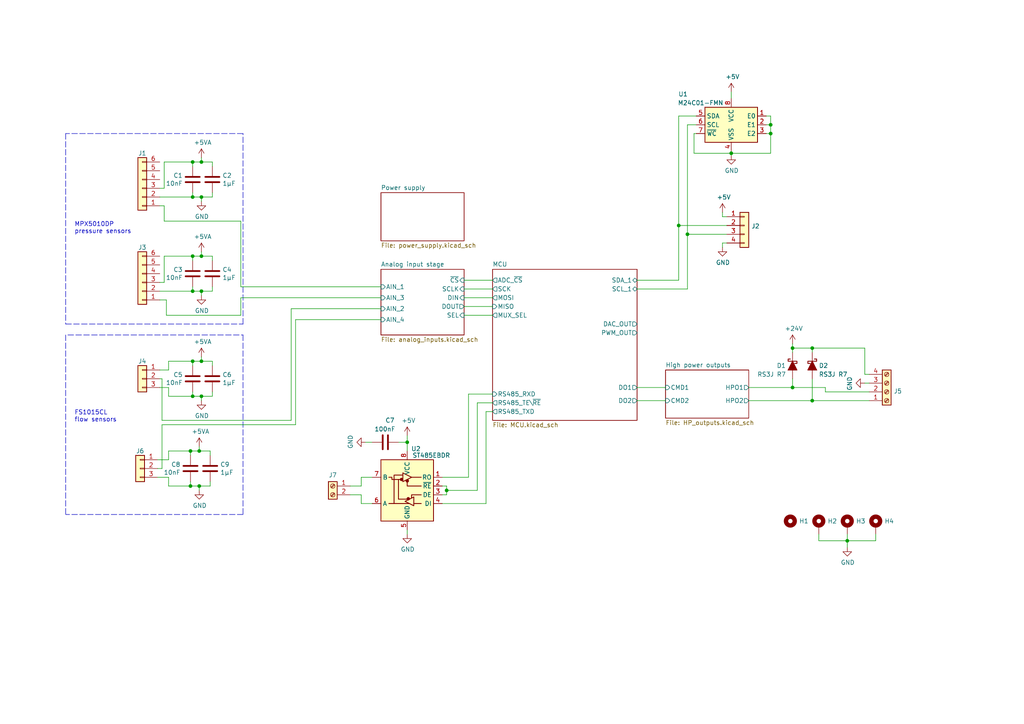
<source format=kicad_sch>
(kicad_sch (version 20231120) (generator "eeschema") (generator_version "8.0")
  (paper "A4")
  (title_block (title "MEV board") (date "2021-05-25") (rev "1.1") (comment 2 "Released under CC BY-NC-SA license"))
  (lib_symbols
    (symbol "Connector:Screw_Terminal_01x02" (pin_names (offset 1.016) hide)
      (property "Reference" "J" (at 0 2.54 0))
      (property "Value" "Screw_Terminal_01x02" (at 0 -5.08 0))
      (symbol "Screw_Terminal_01x02_1_1"
        (rectangle (start -1.27 1.27) (end 1.27 -3.81) (stroke (width 0.254)) (fill (type background)))
        (circle (center 0 -2.54) (radius 0.635) (stroke (width 0.1524)))
        (polyline (pts (xy -0.5334 -2.2098) (xy 0.3302 -3.048)) (stroke (width 0.1524)))
        (polyline (pts (xy -0.5334 0.3302) (xy 0.3302 -0.508)) (stroke (width 0.1524)))
        (polyline (pts (xy -0.3556 -2.032) (xy 0.508 -2.8702)) (stroke (width 0.1524)))
        (polyline (pts (xy -0.3556 0.508) (xy 0.508 -0.3302)) (stroke (width 0.1524)))
        (circle (center 0 0) (radius 0.635) (stroke (width 0.1524)))
        (pin passive line (at -5.08 0 0) (length 3.81) (name "Pin_1") (number "1"))
        (pin passive line (at -5.08 -2.54 0) (length 3.81) (name "Pin_2") (number "2"))
      )
    )
    (symbol "Connector:Screw_Terminal_01x04" (pin_names (offset 1.016) hide)
      (property "Reference" "J" (at 0 5.08 0))
      (property "Value" "Screw_Terminal_01x04" (at 0 -7.62 0))
      (symbol "Screw_Terminal_01x04_1_1"
        (rectangle (start -1.27 3.81) (end 1.27 -6.35) (stroke (width 0.254)) (fill (type background)))
        (circle (center 0 -5.08) (radius 0.635) (stroke (width 0.1524)))
        (circle (center 0 -2.54) (radius 0.635) (stroke (width 0.1524)))
        (polyline (pts (xy -0.5334 -4.7498) (xy 0.3302 -5.588)) (stroke (width 0.1524)))
        (polyline (pts (xy -0.5334 -2.2098) (xy 0.3302 -3.048)) (stroke (width 0.1524)))
        (polyline (pts (xy -0.5334 0.3302) (xy 0.3302 -0.508)) (stroke (width 0.1524)))
        (polyline (pts (xy -0.5334 2.8702) (xy 0.3302 2.032)) (stroke (width 0.1524)))
        (polyline (pts (xy -0.3556 -4.572) (xy 0.508 -5.4102)) (stroke (width 0.1524)))
        (polyline (pts (xy -0.3556 -2.032) (xy 0.508 -2.8702)) (stroke (width 0.1524)))
        (polyline (pts (xy -0.3556 0.508) (xy 0.508 -0.3302)) (stroke (width 0.1524)))
        (polyline (pts (xy -0.3556 3.048) (xy 0.508 2.2098)) (stroke (width 0.1524)))
        (circle (center 0 0) (radius 0.635) (stroke (width 0.1524)))
        (circle (center 0 2.54) (radius 0.635) (stroke (width 0.1524)))
        (pin passive line (at -5.08 2.54 0) (length 3.81) (name "Pin_1") (number "1"))
        (pin passive line (at -5.08 0 0) (length 3.81) (name "Pin_2") (number "2"))
        (pin passive line (at -5.08 -2.54 0) (length 3.81) (name "Pin_3") (number "3"))
        (pin passive line (at -5.08 -5.08 0) (length 3.81) (name "Pin_4") (number "4"))
      )
    )
    (symbol "Connector_Generic:Conn_01x03" (pin_names (offset 1.016) hide)
      (property "Reference" "J" (at 0 5.08 0))
      (property "Value" "Conn_01x03" (at 0 -5.08 0))
      (symbol "Conn_01x03_1_1"
        (rectangle (start -1.27 -2.413) (end 0 -2.667) (stroke (width 0.1524)))
        (rectangle (start -1.27 0.127) (end 0 -0.127) (stroke (width 0.1524)))
        (rectangle (start -1.27 2.667) (end 0 2.413) (stroke (width 0.1524)))
        (rectangle (start -1.27 3.81) (end 1.27 -3.81) (stroke (width 0.254)) (fill (type background)))
        (pin passive line (at -5.08 2.54 0) (length 3.81) (name "Pin_1") (number "1"))
        (pin passive line (at -5.08 0 0) (length 3.81) (name "Pin_2") (number "2"))
        (pin passive line (at -5.08 -2.54 0) (length 3.81) (name "Pin_3") (number "3"))
      )
    )
    (symbol "Connector_Generic:Conn_01x04" (pin_names (offset 1.016) hide)
      (property "Reference" "J" (at 0 5.08 0))
      (property "Value" "Conn_01x04" (at 0 -7.62 0))
      (symbol "Conn_01x04_1_1"
        (rectangle (start -1.27 -4.953) (end 0 -5.207) (stroke (width 0.1524)))
        (rectangle (start -1.27 -2.413) (end 0 -2.667) (stroke (width 0.1524)))
        (rectangle (start -1.27 0.127) (end 0 -0.127) (stroke (width 0.1524)))
        (rectangle (start -1.27 2.667) (end 0 2.413) (stroke (width 0.1524)))
        (rectangle (start -1.27 3.81) (end 1.27 -6.35) (stroke (width 0.254)) (fill (type background)))
        (pin passive line (at -5.08 2.54 0) (length 3.81) (name "Pin_1") (number "1"))
        (pin passive line (at -5.08 0 0) (length 3.81) (name "Pin_2") (number "2"))
        (pin passive line (at -5.08 -2.54 0) (length 3.81) (name "Pin_3") (number "3"))
        (pin passive line (at -5.08 -5.08 0) (length 3.81) (name "Pin_4") (number "4"))
      )
    )
    (symbol "Connector_Generic:Conn_01x06" (pin_names (offset 1.016) hide)
      (property "Reference" "J" (at 0 7.62 0))
      (property "Value" "Conn_01x06" (at 0 -10.16 0))
      (symbol "Conn_01x06_1_1"
        (rectangle (start -1.27 -7.493) (end 0 -7.747) (stroke (width 0.1524)))
        (rectangle (start -1.27 -4.953) (end 0 -5.207) (stroke (width 0.1524)))
        (rectangle (start -1.27 -2.413) (end 0 -2.667) (stroke (width 0.1524)))
        (rectangle (start -1.27 0.127) (end 0 -0.127) (stroke (width 0.1524)))
        (rectangle (start -1.27 2.667) (end 0 2.413) (stroke (width 0.1524)))
        (rectangle (start -1.27 5.207) (end 0 4.953) (stroke (width 0.1524)))
        (rectangle (start -1.27 6.35) (end 1.27 -8.89) (stroke (width 0.254)) (fill (type background)))
        (pin passive line (at -5.08 5.08 0) (length 3.81) (name "Pin_1") (number "1"))
        (pin passive line (at -5.08 2.54 0) (length 3.81) (name "Pin_2") (number "2"))
        (pin passive line (at -5.08 0 0) (length 3.81) (name "Pin_3") (number "3"))
        (pin passive line (at -5.08 -2.54 0) (length 3.81) (name "Pin_4") (number "4"))
        (pin passive line (at -5.08 -5.08 0) (length 3.81) (name "Pin_5") (number "5"))
        (pin passive line (at -5.08 -7.62 0) (length 3.81) (name "Pin_6") (number "6"))
      )
    )
    (symbol "Device:C" (pin_numbers hide) (pin_names (offset 0.254))
      (property "Reference" "C" (at 0.635 2.54 0))
      (property "Value" "C" (at 0.635 -2.54 0))
      (symbol "C_0_1"
        (polyline (pts (xy -2.032 -0.762) (xy 2.032 -0.762)) (stroke (width 0.508)))
        (polyline (pts (xy -2.032 0.762) (xy 2.032 0.762)) (stroke (width 0.508)))
      )
      (symbol "C_1_1"
        (pin passive line (at 0 3.81 270) (length 2.794) (name "~") (number "1"))
        (pin passive line (at 0 -3.81 90) (length 2.794) (name "~") (number "2"))
      )
    )
    (symbol "Device:D_Schottky_Filled" (pin_numbers hide) (pin_names (offset 1.016) hide)
      (property "Reference" "D" (at 0 2.54 0))
      (property "Value" "D_Schottky_Filled" (at 0 -2.54 0))
      (symbol "D_Schottky_Filled_0_1"
        (polyline (pts (xy 1.27 0) (xy -1.27 0)))
        (polyline (pts (xy 1.27 1.27) (xy 1.27 -1.27) (xy -1.27 0) (xy 1.27 1.27)) (stroke (width 0.254)) (fill (type outline)))
        (polyline (pts (xy -1.905 0.635) (xy -1.905 1.27) (xy -1.27 1.27) (xy -1.27 -1.27) (xy -0.635 -1.27) (xy -0.635 -0.635)) (stroke (width 0.254)))
      )
      (symbol "D_Schottky_Filled_1_1"
        (pin passive line (at -3.81 0 0) (length 2.54) (name "K") (number "1"))
        (pin passive line (at 3.81 0 180) (length 2.54) (name "A") (number "2"))
      )
    )
    (symbol "Interface_UART:ST485EBDR"
      (property "Reference" "U" (at -6.35 8.89 0))
      (property "Value" "ST485EBDR" (at 1.27 8.89 0))
      (symbol "ST485EBDR_0_1"
        (rectangle (start -7.62 7.62) (end 7.62 -10.16) (stroke (width 0.254)) (fill (type background)))
        (circle (center -0.3048 -3.683) (radius 0.3556) (stroke (width 0.254)) (fill (type outline)))
        (circle (center -0.0254 1.4986) (radius 0.3556) (stroke (width 0.254)) (fill (type outline)))
        (polyline (pts (xy -4.064 -5.08) (xy -1.905 -5.08)) (stroke (width 0.254)))
        (polyline (pts (xy -4.064 2.54) (xy -1.27 2.54)) (stroke (width 0.254)))
        (polyline (pts (xy -1.27 -3.2004) (xy -1.27 -3.4544)) (stroke (width 0.254)))
        (polyline (pts (xy -0.635 -5.08) (xy 5.334 -5.08)) (stroke (width 0.254)))
        (polyline (pts (xy -4.064 -2.54) (xy -1.27 -2.54) (xy -1.27 -3.175)) (stroke (width 0.254)))
        (polyline (pts (xy 0 1.27) (xy 0 0) (xy -4.064 0)) (stroke (width 0.254)))
        (polyline (pts (xy 1.27 3.175) (xy 3.81 3.175) (xy 3.81 -5.08)) (stroke (width 0.254)))
        (polyline (pts (xy 2.54 1.905) (xy 2.54 -3.81) (xy 0 -3.81)) (stroke (width 0.254)))
        (polyline (pts (xy -1.905 -3.175) (xy -1.905 -5.715) (xy 0.635 -4.445) (xy -1.905 -3.175)) (stroke (width 0.254)))
        (polyline (pts (xy -1.27 2.54) (xy 1.27 3.81) (xy 1.27 1.27) (xy -1.27 2.54)) (stroke (width 0.254)))
        (polyline (pts (xy 1.905 1.905) (xy 4.445 1.905) (xy 4.445 2.54) (xy 5.334 2.54)) (stroke (width 0.254)))
        (rectangle (start 1.27 3.175) (end 1.27 3.175))
        (circle (center 1.651 1.905) (radius 0.3556) (stroke (width 0.254)) (fill (type outline)))
      )
      (symbol "ST485EBDR_1_1"
        (pin output line (at -10.16 2.54 0) (length 2.54) (name "RO") (number "1"))
        (pin input line (at -10.16 0 0) (length 2.54) (name "~{RE}") (number "2"))
        (pin input line (at -10.16 -2.54 0) (length 2.54) (name "DE") (number "3"))
        (pin input line (at -10.16 -5.08 0) (length 2.54) (name "DI") (number "4"))
        (pin power_in line (at 0 -12.7 90) (length 2.54) (name "GND") (number "5"))
        (pin bidirectional line (at 10.16 -5.08 180) (length 2.54) (name "A") (number "6"))
        (pin bidirectional line (at 10.16 2.54 180) (length 2.54) (name "B") (number "7"))
        (pin power_in line (at 0 10.16 270) (length 2.54) (name "VCC") (number "8"))
      )
    )
    (symbol "Mechanical:MountingHole" (pin_names (offset 1.016))
      (property "Reference" "H" (at 0 5.08 0))
      (property "Value" "MountingHole" (at 0 3.175 0))
      (symbol "MountingHole_0_1"
        (circle (center 0 0) (radius 1.27) (stroke (width 1.27)))
      )
    )
    (symbol "Mechanical:MountingHole_Pad" (pin_numbers hide) (pin_names (offset 1.016) hide)
      (property "Reference" "H" (at 0 6.35 0))
      (property "Value" "MountingHole_Pad" (at 0 4.445 0))
      (symbol "MountingHole_Pad_0_1"
        (circle (center 0 1.27) (radius 1.27) (stroke (width 1.27)))
      )
      (symbol "MountingHole_Pad_1_1"
        (pin input line (at 0 -2.54 90) (length 2.54) (name "1") (number "1"))
      )
    )
    (symbol "Memory_EEPROM:M24C01-FMN"
      (property "Reference" "U" (at -6.35 6.35 0))
      (property "Value" "M24C01-FMN" (at 7.62 6.35 0))
      (symbol "M24C01-FMN_0_1"
        (rectangle (start -7.62 5.08) (end 7.62 -5.08) (stroke (width 0.254)) (fill (type background)))
      )
      (symbol "M24C01-FMN_1_1"
        (pin input line (at -10.16 2.54 0) (length 2.54) (name "E0") (number "1"))
        (pin input line (at -10.16 0 0) (length 2.54) (name "E1") (number "2"))
        (pin input line (at -10.16 -2.54 0) (length 2.54) (name "E2") (number "3"))
        (pin power_in line (at 0 -7.62 90) (length 2.54) (name "VSS") (number "4"))
        (pin bidirectional line (at 10.16 2.54 180) (length 2.54) (name "SDA") (number "5"))
        (pin input line (at 10.16 0 180) (length 2.54) (name "SCL") (number "6"))
        (pin input line (at 10.16 -2.54 180) (length 2.54) (name "~{WC}") (number "7"))
        (pin power_in line (at 0 7.62 270) (length 2.54) (name "VCC") (number "8"))
      )
    )
    (symbol "power:+24V" (power) (pin_names (offset 0))
      (property "Value" "+24V" (at 0 3.556 0))
      (symbol "+24V_0_1"
        (polyline (pts (xy -0.762 1.27) (xy 0 2.54)))
        (polyline (pts (xy 0 0) (xy 0 2.54)))
        (polyline (pts (xy 0 2.54) (xy 0.762 1.27)))
      )
      (symbol "+24V_1_1"
        (pin power_in line (at 0 0 90) (length 0) hide (name "+24V") (number "1"))
      )
    )
    (symbol "power:+5V" (power) (pin_names (offset 0))
      (property "Value" "+5V" (at 0 3.556 0))
      (symbol "+5V_0_1"
        (polyline (pts (xy -0.762 1.27) (xy 0 2.54)))
        (polyline (pts (xy 0 0) (xy 0 2.54)))
        (polyline (pts (xy 0 2.54) (xy 0.762 1.27)))
      )
      (symbol "+5V_1_1"
        (pin power_in line (at 0 0 90) (length 0) hide (name "+5V") (number "1"))
      )
    )
    (symbol "power:+5VA" (power) (pin_names (offset 0))
      (property "Value" "+5VA" (at 0 3.556 0))
      (symbol "+5VA_0_1"
        (polyline (pts (xy -0.762 1.27) (xy 0 2.54)))
        (polyline (pts (xy 0 0) (xy 0 2.54)))
        (polyline (pts (xy 0 2.54) (xy 0.762 1.27)))
      )
      (symbol "+5VA_1_1"
        (pin power_in line (at 0 0 90) (length 0) hide (name "+5VA") (number "1"))
      )
    )
    (symbol "power:GND" (power) (pin_names (offset 0))
      (property "Value" "GND" (at 0 -3.81 0))
      (symbol "GND_0_1"
        (polyline (pts (xy 0 0) (xy 0 -1.27) (xy 1.27 -1.27) (xy 0 -2.54) (xy -1.27 -1.27) (xy 0 -1.27)))
      )
      (symbol "GND_1_1"
        (pin power_in line (at 0 0 270) (length 0) hide (name "GND") (number "1"))
      )
    )
  )
  (junction (at 235.585 100.965))
  (junction (at 57.785 140.97))
  (junction (at 55.88 46.99))
  (junction (at 55.88 104.775))
  (junction (at 58.42 74.295))
  (junction (at 55.245 130.81))
  (junction (at 212.09 44.45))
  (junction (at 245.745 156.845))
  (junction (at 196.85 65.405))
  (junction (at 229.87 112.395))
  (junction (at 57.785 130.81))
  (junction (at 58.42 114.935))
  (junction (at 223.52 38.735))
  (junction (at 55.88 74.295))
  (junction (at 58.42 46.99))
  (junction (at 55.245 140.97))
  (junction (at 229.87 100.965))
  (junction (at 58.42 84.455))
  (junction (at 223.52 36.195))
  (junction (at 118.11 128.27))
  (junction (at 55.88 114.935))
  (junction (at 199.39 67.945))
  (junction (at 129.54 142.24))
  (junction (at 235.585 116.205))
  (junction (at 58.42 57.15))
  (junction (at 55.88 84.455))
  (junction (at 58.42 104.775))
  (junction (at 55.88 57.15))
  (wire (pts (xy 118.11 128.27) (xy 118.11 126.365)))
  (wire (pts (xy 55.88 104.775) (xy 58.42 104.775)))
  (wire (pts (xy 55.245 139.7) (xy 55.245 140.97)))
  (wire (pts (xy 101.6 143.51) (xy 104.775 143.51)))
  (wire (pts (xy 196.85 65.405) (xy 210.82 65.405)))
  (wire (pts (xy 48.895 140.97) (xy 55.245 140.97)))
  (wire (pts (xy 69.85 86.36) (xy 69.85 91.44)))
  (wire (pts (xy 229.87 99.695) (xy 229.87 100.965)))
  (wire (pts (xy 69.85 83.185) (xy 110.49 83.185)))
  (wire (pts (xy 138.43 116.84) (xy 142.875 116.84)))
  (wire (pts (xy 48.895 138.43) (xy 48.895 140.97)))
  (wire (pts (xy 134.62 83.82) (xy 142.875 83.82)))
  (wire (pts (xy 46.99 109.855) (xy 46.99 121.92)))
  (wire (pts (xy 217.17 112.395) (xy 229.87 112.395)))
  (wire (pts (xy 57.785 140.97) (xy 60.96 140.97)))
  (wire (pts (xy 61.595 74.295) (xy 61.595 75.565)))
  (wire (pts (xy 106.045 128.27) (xy 107.95 128.27)))
  (wire (pts (xy 45.72 135.89) (xy 46.99 135.89)))
  (wire (pts (xy 48.895 104.775) (xy 55.88 104.775)))
  (wire (pts (xy 129.54 140.97) (xy 129.54 142.24)))
  (wire (pts (xy 58.42 57.15) (xy 61.595 57.15)))
  (wire (pts (xy 239.395 112.395) (xy 239.395 113.665)))
  (wire (pts (xy 85.725 92.71) (xy 110.49 92.71)))
  (wire (pts (xy 142.875 114.3) (xy 135.89 114.3)))
  (wire (pts (xy 223.52 38.735) (xy 223.52 36.195)))
  (polyline (pts (xy 19.05 97.155) (xy 19.05 149.225)) (stroke (width 0) (type dash)))
  (wire (pts (xy 104.775 143.51) (xy 104.775 146.05)))
  (wire (pts (xy 235.585 100.965) (xy 250.825 100.965)))
  (wire (pts (xy 209.55 71.755) (xy 209.55 70.485)))
  (wire (pts (xy 48.895 130.81) (xy 48.895 133.35)))
  (wire (pts (xy 48.26 91.44) (xy 69.85 91.44)))
  (wire (pts (xy 135.89 114.3) (xy 135.89 138.43)))
  (wire (pts (xy 222.25 38.735) (xy 223.52 38.735)))
  (wire (pts (xy 48.895 114.935) (xy 55.88 114.935)))
  (wire (pts (xy 58.42 84.455) (xy 58.42 85.725)))
  (wire (pts (xy 222.25 36.195) (xy 223.52 36.195)))
  (wire (pts (xy 58.42 74.295) (xy 61.595 74.295)))
  (wire (pts (xy 55.88 46.99) (xy 55.88 48.26)))
  (wire (pts (xy 201.93 38.735) (xy 201.295 38.735)))
  (wire (pts (xy 46.99 135.89) (xy 46.99 123.19)))
  (wire (pts (xy 128.27 140.97) (xy 129.54 140.97)))
  (wire (pts (xy 55.88 55.88) (xy 55.88 57.15)))
  (wire (pts (xy 47.625 64.135) (xy 69.85 64.135)))
  (wire (pts (xy 46.99 121.92) (xy 84.455 121.92)))
  (wire (pts (xy 245.745 154.94) (xy 245.745 156.845)))
  (wire (pts (xy 193.04 116.205) (xy 184.785 116.205)))
  (wire (pts (xy 47.625 81.915) (xy 47.625 74.295)))
  (wire (pts (xy 212.09 44.45) (xy 223.52 44.45)))
  (wire (pts (xy 58.42 84.455) (xy 61.595 84.455)))
  (wire (pts (xy 55.88 46.99) (xy 58.42 46.99)))
  (wire (pts (xy 235.585 100.965) (xy 235.585 102.235)))
  (wire (pts (xy 61.595 55.88) (xy 61.595 57.15)))
  (wire (pts (xy 196.85 65.405) (xy 196.85 33.655)))
  (polyline (pts (xy 70.485 38.735) (xy 19.05 38.735)) (stroke (width 0) (type dash)))
  (wire (pts (xy 245.745 156.845) (xy 254 156.845)))
  (wire (pts (xy 55.88 74.295) (xy 58.42 74.295)))
  (wire (pts (xy 61.595 104.775) (xy 61.595 106.045)))
  (wire (pts (xy 101.6 140.97) (xy 104.775 140.97)))
  (wire (pts (xy 61.595 113.665) (xy 61.595 114.935)))
  (wire (pts (xy 58.42 103.505) (xy 58.42 104.775)))
  (wire (pts (xy 84.455 121.92) (xy 84.455 89.535)))
  (wire (pts (xy 57.785 140.97) (xy 57.785 142.24)))
  (wire (pts (xy 46.355 109.855) (xy 46.99 109.855)))
  (wire (pts (xy 239.395 113.665) (xy 252.095 113.665)))
  (wire (pts (xy 47.625 59.69) (xy 46.355 59.69)))
  (wire (pts (xy 47.625 46.99) (xy 55.88 46.99)))
  (wire (pts (xy 135.89 138.43) (xy 128.27 138.43)))
  (wire (pts (xy 69.85 86.36) (xy 110.49 86.36)))
  (wire (pts (xy 47.625 74.295) (xy 55.88 74.295)))
  (wire (pts (xy 209.55 62.865) (xy 210.82 62.865)))
  (wire (pts (xy 201.295 44.45) (xy 212.09 44.45)))
  (wire (pts (xy 229.87 112.395) (xy 239.395 112.395)))
  (wire (pts (xy 118.11 128.27) (xy 118.11 130.81)))
  (wire (pts (xy 196.85 81.28) (xy 196.85 65.405)))
  (wire (pts (xy 235.585 116.205) (xy 217.17 116.205)))
  (wire (pts (xy 60.96 139.7) (xy 60.96 140.97)))
  (wire (pts (xy 223.52 36.195) (xy 223.52 33.655)))
  (wire (pts (xy 58.42 46.99) (xy 61.595 46.99)))
  (polyline (pts (xy 70.485 93.98) (xy 70.485 38.735)) (stroke (width 0) (type dash)))
  (wire (pts (xy 129.54 143.51) (xy 128.27 143.51)))
  (wire (pts (xy 48.895 130.81) (xy 55.245 130.81)))
  (wire (pts (xy 229.87 100.965) (xy 235.585 100.965)))
  (wire (pts (xy 61.595 46.99) (xy 61.595 48.26)))
  (wire (pts (xy 55.88 74.295) (xy 55.88 75.565)))
  (wire (pts (xy 140.97 119.38) (xy 140.97 146.05)))
  (wire (pts (xy 47.625 59.69) (xy 47.625 64.135)))
  (wire (pts (xy 46.355 54.61) (xy 47.625 54.61)))
  (wire (pts (xy 104.775 146.05) (xy 107.95 146.05)))
  (wire (pts (xy 57.785 130.81) (xy 60.96 130.81)))
  (wire (pts (xy 45.72 133.35) (xy 48.895 133.35)))
  (wire (pts (xy 237.49 156.845) (xy 245.745 156.845)))
  (wire (pts (xy 184.785 112.395) (xy 193.04 112.395)))
  (wire (pts (xy 58.42 73.025) (xy 58.42 74.295)))
  (wire (pts (xy 199.39 67.945) (xy 199.39 36.195)))
  (wire (pts (xy 104.775 140.97) (xy 104.775 138.43)))
  (wire (pts (xy 134.62 81.28) (xy 142.875 81.28)))
  (wire (pts (xy 142.875 119.38) (xy 140.97 119.38)))
  (wire (pts (xy 55.88 83.185) (xy 55.88 84.455)))
  (wire (pts (xy 55.245 130.81) (xy 55.245 132.08)))
  (wire (pts (xy 199.39 67.945) (xy 199.39 83.82)))
  (wire (pts (xy 199.39 36.195) (xy 201.93 36.195)))
  (wire (pts (xy 46.355 86.995) (xy 48.26 86.995)))
  (wire (pts (xy 184.785 81.28) (xy 196.85 81.28)))
  (wire (pts (xy 199.39 83.82) (xy 184.785 83.82)))
  (wire (pts (xy 142.875 86.36) (xy 134.62 86.36)))
  (wire (pts (xy 46.99 123.19) (xy 85.725 123.19)))
  (wire (pts (xy 55.245 130.81) (xy 57.785 130.81)))
  (wire (pts (xy 229.87 109.855) (xy 229.87 112.395)))
  (wire (pts (xy 118.11 154.94) (xy 118.11 153.67)))
  (wire (pts (xy 252.095 116.205) (xy 235.585 116.205)))
  (polyline (pts (xy 70.485 149.225) (xy 19.05 149.225)) (stroke (width 0) (type dash)))
  (wire (pts (xy 46.355 84.455) (xy 55.88 84.455)))
  (wire (pts (xy 209.55 61.595) (xy 209.55 62.865)))
  (wire (pts (xy 55.88 113.665) (xy 55.88 114.935)))
  (wire (pts (xy 46.355 107.315) (xy 48.895 107.315)))
  (wire (pts (xy 138.43 142.24) (xy 138.43 116.84)))
  (wire (pts (xy 58.42 45.72) (xy 58.42 46.99)))
  (wire (pts (xy 250.825 111.125) (xy 252.095 111.125)))
  (wire (pts (xy 235.585 109.855) (xy 235.585 116.205)))
  (wire (pts (xy 250.825 108.585) (xy 252.095 108.585)))
  (wire (pts (xy 55.88 57.15) (xy 58.42 57.15)))
  (wire (pts (xy 55.88 84.455) (xy 58.42 84.455)))
  (wire (pts (xy 48.26 86.995) (xy 48.26 91.44)))
  (polyline (pts (xy 19.05 93.98) (xy 70.485 93.98)) (stroke (width 0) (type dash)))
  (wire (pts (xy 245.745 156.845) (xy 245.745 158.75)))
  (wire (pts (xy 46.355 57.15) (xy 55.88 57.15)))
  (wire (pts (xy 250.825 100.965) (xy 250.825 108.585)))
  (wire (pts (xy 60.96 130.81) (xy 60.96 132.08)))
  (wire (pts (xy 58.42 57.15) (xy 58.42 58.42)))
  (polyline (pts (xy 19.05 38.735) (xy 19.05 93.98)) (stroke (width 0) (type dash)))
  (wire (pts (xy 210.82 67.945) (xy 199.39 67.945)))
  (wire (pts (xy 229.87 100.965) (xy 229.87 102.235)))
  (wire (pts (xy 58.42 104.775) (xy 61.595 104.775)))
  (wire (pts (xy 223.52 44.45) (xy 223.52 38.735)))
  (wire (pts (xy 45.72 138.43) (xy 48.895 138.43)))
  (wire (pts (xy 58.42 114.935) (xy 58.42 116.205)))
  (polyline (pts (xy 70.485 97.155) (xy 70.485 149.225)) (stroke (width 0) (type dash)))
  (wire (pts (xy 212.09 43.815) (xy 212.09 44.45)))
  (wire (pts (xy 61.595 83.185) (xy 61.595 84.455)))
  (wire (pts (xy 55.88 104.775) (xy 55.88 106.045)))
  (wire (pts (xy 134.62 88.9) (xy 142.875 88.9)))
  (wire (pts (xy 58.42 114.935) (xy 61.595 114.935)))
  (wire (pts (xy 209.55 70.485) (xy 210.82 70.485)))
  (polyline (pts (xy 19.685 97.155) (xy 70.485 97.155)) (stroke (width 0) (type dash)))
  (wire (pts (xy 48.895 112.395) (xy 48.895 114.935)))
  (wire (pts (xy 254 156.845) (xy 254 154.94)))
  (wire (pts (xy 129.54 142.24) (xy 129.54 143.51)))
  (wire (pts (xy 129.54 142.24) (xy 138.43 142.24)))
  (wire (pts (xy 69.85 83.185) (xy 69.85 64.135)))
  (wire (pts (xy 115.57 128.27) (xy 118.11 128.27)))
  (wire (pts (xy 55.245 140.97) (xy 57.785 140.97)))
  (wire (pts (xy 212.09 28.575) (xy 212.09 26.67)))
  (wire (pts (xy 46.355 81.915) (xy 47.625 81.915)))
  (wire (pts (xy 84.455 89.535) (xy 110.49 89.535)))
  (wire (pts (xy 237.49 154.94) (xy 237.49 156.845)))
  (wire (pts (xy 85.725 123.19) (xy 85.725 92.71)))
  (wire (pts (xy 104.775 138.43) (xy 107.95 138.43)))
  (wire (pts (xy 46.355 112.395) (xy 48.895 112.395)))
  (wire (pts (xy 57.785 129.54) (xy 57.785 130.81)))
  (wire (pts (xy 134.62 91.44) (xy 142.875 91.44)))
  (wire (pts (xy 47.625 54.61) (xy 47.625 46.99)))
  (wire (pts (xy 55.88 114.935) (xy 58.42 114.935)))
  (wire (pts (xy 223.52 33.655) (xy 222.25 33.655)))
  (wire (pts (xy 196.85 33.655) (xy 201.93 33.655)))
  (wire (pts (xy 201.295 38.735) (xy 201.295 44.45)))
  (wire (pts (xy 140.97 146.05) (xy 128.27 146.05)))
  (wire (pts (xy 48.895 107.315) (xy 48.895 104.775)))
  (wire (pts (xy 212.09 44.45) (xy 212.09 45.085)))
  (text "FS1015CL\nflow sensors" (at 21.59 122.555 0) (effects (font (size 1.27 1.27)) (justify left bottom)))
  (text "MPX5010DP\npressure sensors" (at 21.59 67.945 0) (effects (font (size 1.27 1.27)) (justify left bottom)))
  (symbol (lib_id "Device:D_Schottky_Filled") (at 235.585 106.045 270) (unit 1)
    (property "Reference" "D2" (at 237.49 106.045 90) (effects (justify left)))
    (property "Value" "RS3J R7" (at 237.49 108.585 90) (effects (justify left)))
    (property "Footprint" "Diode_SMD:D_SMC_Handsoldering" (effects (hide yes)))
  )
  (symbol (lib_id "Device:D_Schottky_Filled") (at 229.87 106.045 90) (mirror x) (unit 1)
    (property "Reference" "D1" (at 227.965 106.045 90) (effects (justify left)))
    (property "Value" "RS3J R7" (at 227.965 108.585 90) (effects (justify left)))
    (property "Footprint" "Diode_SMD:D_SMC_Handsoldering" (effects (hide yes)))
  )
  (symbol (lib_id "power:GND") (at 250.825 111.125 270) (unit 1)
    (property "Reference" "#PWR011" (effects (hide yes)))
    (property "Value" "GND" (at 246.4308 111.252 0))
  )
  (symbol (lib_id "power:+24V") (at 229.87 99.695 0) (unit 1)
    (property "Reference" "#PWR09" (effects (hide yes)))
    (property "Value" "+24V" (at 230.251 95.3008 0))
  )
  (symbol (lib_id "Connector:Screw_Terminal_01x04") (at 257.175 113.665 0) (mirror x) (unit 1)
    (property "Reference" "J5" (at 259.207 113.4618 0) (effects (justify left)))
    (property "Value" " " (at 259.207 111.1504 0) (effects (justify left)))
    (property "Footprint" "TerminalBlock_Phoenix:TerminalBlock_Phoenix_MKDS-1,5-4-5.08_1x04_P5.08mm_Horizontal" (effects (hide yes)))
  )
  (symbol (lib_id "Mechanical:MountingHole") (at 229.235 151.13 0) (unit 1)
    (property "Reference" "H1" (at 231.775 151.13 0) (effects (justify left)))
    (property "Value" " " (at 231.775 152.273 0) (effects (justify left)))
    (property "Footprint" "MountingHole:MountingHole_3.2mm_M3_Pad_TopBottom" (effects (hide yes)))
  )
  (symbol (lib_id "Mechanical:MountingHole_Pad") (at 237.49 152.4 0) (unit 1)
    (property "Reference" "H2" (at 240.03 151.1554 0) (effects (justify left)))
    (property "Value" " " (at 240.03 153.4668 0) (effects (justify left)))
    (property "Footprint" "MountingHole:MountingHole_3.2mm_M3_Pad_TopBottom" (effects (hide yes)))
  )
  (symbol (lib_id "Mechanical:MountingHole_Pad") (at 245.745 152.4 0) (unit 1)
    (property "Reference" "H3" (at 248.285 151.1554 0) (effects (justify left)))
    (property "Value" " " (at 248.285 153.4668 0) (effects (justify left)))
    (property "Footprint" "MountingHole:MountingHole_3.2mm_M3_Pad_TopBottom" (effects (hide yes)))
  )
  (symbol (lib_id "Mechanical:MountingHole_Pad") (at 254 152.4 0) (unit 1)
    (property "Reference" "H4" (at 256.54 151.1554 0) (effects (justify left)))
    (property "Value" " " (at 256.54 153.4668 0) (effects (justify left)))
    (property "Footprint" "MountingHole:MountingHole_3.2mm_M3_Pad_TopBottom" (effects (hide yes)))
  )
  (symbol (lib_id "power:GND") (at 245.745 158.75 0) (unit 1)
    (property "Reference" "#PWR018" (effects (hide yes)))
    (property "Value" "GND" (at 245.872 163.1442 0))
  )
  (symbol (lib_id "Connector_Generic:Conn_01x04") (at 215.9 65.405 0) (unit 1)
    (property "Reference" "J2" (at 217.932 65.6082 0) (effects (justify left)))
    (property "Value" " " (at 217.932 67.9196 0) (effects (justify left)))
    (property "Footprint" "Connector_PinHeader_2.54mm:PinHeader_1x04_P2.54mm_Vertical" (effects (hide yes)))
  )
  (symbol (lib_id "power:GND") (at 209.55 71.755 0) (unit 1)
    (property "Reference" "#PWR06" (effects (hide yes)))
    (property "Value" "GND" (at 209.677 76.1492 0))
  )
  (symbol (lib_id "power:+5V") (at 209.55 61.595 0) (unit 1)
    (property "Reference" "#PWR05" (effects (hide yes)))
    (property "Value" "+5V" (at 209.931 57.2008 0))
  )
  (symbol (lib_id "Interface_UART:ST485EBDR") (at 118.11 140.97 0) (mirror y) (unit 1)
    (property "Reference" "U2" (at 120.65 130.175 0))
    (property "Value" "ST485EBDR" (at 125.095 132.08 0))
    (property "Footprint" "Package_SO:SOIC-8_3.9x4.9mm_P1.27mm" (effects (hide yes)))
    (property "Datasheet" "http://www.st.com/resource/en/datasheet/st485eb.pdf" (effects (hide yes)))
  )
  (symbol (lib_id "power:GND") (at 118.11 154.94 0) (unit 1)
    (property "Reference" "#PWR017" (effects (hide yes)))
    (property "Value" "GND" (at 118.237 159.3342 0))
  )
  (symbol (lib_id "power:+5V") (at 118.11 126.365 0) (unit 1)
    (property "Reference" "#PWR013" (effects (hide yes)))
    (property "Value" "+5V" (at 118.491 121.9708 0))
  )
  (symbol (lib_id "power:GND") (at 106.045 128.27 270) (mirror x) (unit 1)
    (property "Reference" "#PWR014" (effects (hide yes)))
    (property "Value" "GND" (at 101.6508 128.143 0))
  )
  (symbol (lib_id "Device:C") (at 111.76 128.27 270) (mirror x) (unit 1)
    (property "Reference" "C7" (at 111.76 121.92 90) (effects (justify left)))
    (property "Value" "100nF" (at 108.585 124.46 90) (effects (justify left)))
    (property "Footprint" "Capacitor_SMD:C_0603_1608Metric_Pad1.08x0.95mm_HandSolder" (effects (hide yes)))
  )
  (symbol (lib_id "Connector:Screw_Terminal_01x02") (at 96.52 140.97 0) (mirror y) (unit 1)
    (property "Reference" "J7" (at 96.52 137.795 0))
    (property "Value" " " (at 96.52 137.795 0))
    (property "Footprint" "TerminalBlock_Phoenix:TerminalBlock_Phoenix_MKDS-1,5-2-5.08_1x02_P5.08mm_Horizontal" (effects (hide yes)))
  )
  (symbol (lib_id "Memory_EEPROM:M24C01-FMN") (at 212.09 36.195 0) (mirror y) (unit 1)
    (property "Reference" "U1" (at 198.12 27.305 0))
    (property "Value" "M24C01-FMN" (at 203.2 29.845 0))
    (property "Footprint" "Package_SO:SOIC-8_3.9x4.9mm_P1.27mm" (effects (hide yes)))
    (property "Datasheet" "http://www.st.com/content/ccc/resource/technical/document/datasheet/b0/d8/50/40/5a/85/49/6f/DM00071904.pdf/files/DM00071904.pdf/jcr:content/translations/en.DM00071904.pdf" (effects (hide yes)))
  )
  (symbol (lib_id "power:+5V") (at 212.09 26.67 0) (unit 1)
    (property "Reference" "#PWR01" (effects (hide yes)))
    (property "Value" "+5V" (at 212.471 22.2758 0))
  )
  (symbol (lib_id "power:GND") (at 212.09 45.085 0) (unit 1)
    (property "Reference" "#PWR02" (effects (hide yes)))
    (property "Value" "GND" (at 212.217 49.4792 0))
  )
  (symbol (lib_id "Device:C") (at 55.88 52.07 0) (mirror x) (unit 1)
    (property "Reference" "C1" (at 52.9844 50.9016 0) (effects (justify right)))
    (property "Value" "10nF" (at 52.9844 53.213 0) (effects (justify right)))
    (property "Footprint" "Capacitor_SMD:C_0603_1608Metric_Pad1.08x0.95mm_HandSolder" (effects (hide yes)))
  )
  (symbol (lib_id "Device:C") (at 55.88 109.855 0) (mirror x) (unit 1)
    (property "Reference" "C5" (at 52.9844 108.6866 0) (effects (justify right)))
    (property "Value" "10nF" (at 52.9844 110.998 0) (effects (justify right)))
    (property "Footprint" "Capacitor_SMD:C_0603_1608Metric_Pad1.08x0.95mm_HandSolder" (effects (hide yes)))
  )
  (symbol (lib_id "Connector_Generic:Conn_01x03") (at 40.64 135.89 0) (mirror y) (unit 1)
    (property "Reference" "J6" (at 40.64 130.81 0))
    (property "Value" " " (at 41.275 128.905 0))
    (property "Footprint" "Connector_Molex:Molex_KK-254_AE-6410-03A_1x03_P2.54mm_Vertical" (effects (hide yes)))
  )
  (symbol (lib_id "power:GND") (at 58.42 58.42 0) (unit 1)
    (property "Reference" "#PWR04" (effects (hide yes)))
    (property "Value" "GND" (at 58.547 62.8142 0))
  )
  (symbol (lib_id "Connector_Generic:Conn_01x06") (at 41.275 81.915 180) (unit 1)
    (property "Reference" "J3" (at 41.275 71.755 0))
    (property "Value" " " (at 41.275 89.4279 0))
    (property "Footprint" "Connector_PinSocket_2.54mm:PinSocket_1x06_P2.54mm_Vertical" (effects (hide yes)))
  )
  (symbol (lib_id "power:+5VA") (at 58.42 73.025 0) (unit 1)
    (property "Reference" "#PWR07" (effects (hide yes)))
    (property "Value" "+5VA" (at 58.801 68.6308 0))
  )
  (symbol (lib_id "Device:C") (at 61.595 109.855 0) (unit 1)
    (property "Reference" "C6" (at 64.516 108.6866 0) (effects (justify left)))
    (property "Value" "1μF" (at 64.516 110.998 0) (effects (justify left)))
    (property "Footprint" "Capacitor_SMD:C_0603_1608Metric_Pad1.08x0.95mm_HandSolder" (effects (hide yes)))
  )
  (symbol (lib_id "Device:C") (at 61.595 52.07 0) (unit 1)
    (property "Reference" "C2" (at 64.516 50.9016 0) (effects (justify left)))
    (property "Value" "1μF" (at 64.516 53.213 0) (effects (justify left)))
    (property "Footprint" "Capacitor_SMD:C_0603_1608Metric_Pad1.08x0.95mm_HandSolder" (effects (hide yes)))
  )
  (symbol (lib_id "power:+5VA") (at 57.785 129.54 0) (unit 1)
    (property "Reference" "#PWR015" (effects (hide yes)))
    (property "Value" "+5VA" (at 58.166 125.1458 0))
  )
  (symbol (lib_id "Device:C") (at 61.595 79.375 0) (unit 1)
    (property "Reference" "C4" (at 64.516 78.2066 0) (effects (justify left)))
    (property "Value" "1μF" (at 64.516 80.518 0) (effects (justify left)))
    (property "Footprint" "Capacitor_SMD:C_0603_1608Metric_Pad1.08x0.95mm_HandSolder" (effects (hide yes)))
  )
  (symbol (lib_id "Device:C") (at 55.245 135.89 0) (mirror x) (unit 1)
    (property "Reference" "C8" (at 52.3494 134.7216 0) (effects (justify right)))
    (property "Value" "10nF" (at 52.3494 137.033 0) (effects (justify right)))
    (property "Footprint" "Capacitor_SMD:C_0603_1608Metric_Pad1.08x0.95mm_HandSolder" (effects (hide yes)))
  )
  (symbol (lib_id "Device:C") (at 60.96 135.89 0) (unit 1)
    (property "Reference" "C9" (at 63.881 134.7216 0) (effects (justify left)))
    (property "Value" "1μF" (at 63.881 137.033 0) (effects (justify left)))
    (property "Footprint" "Capacitor_SMD:C_0603_1608Metric_Pad1.08x0.95mm_HandSolder" (effects (hide yes)))
  )
  (symbol (lib_id "Device:C") (at 55.88 79.375 0) (mirror x) (unit 1)
    (property "Reference" "C3" (at 52.9844 78.2066 0) (effects (justify right)))
    (property "Value" "10nF" (at 52.9844 80.518 0) (effects (justify right)))
    (property "Footprint" "Capacitor_SMD:C_0603_1608Metric_Pad1.08x0.95mm_HandSolder" (effects (hide yes)))
  )
  (symbol (lib_id "power:+5VA") (at 58.42 45.72 0) (unit 1)
    (property "Reference" "#PWR03" (effects (hide yes)))
    (property "Value" "+5VA" (at 58.801 41.3258 0))
  )
  (symbol (lib_id "power:GND") (at 57.785 142.24 0) (unit 1)
    (property "Reference" "#PWR016" (effects (hide yes)))
    (property "Value" "GND" (at 57.912 146.6342 0))
  )
  (symbol (lib_id "Connector_Generic:Conn_01x03") (at 41.275 109.855 0) (mirror y) (unit 1)
    (property "Reference" "J4" (at 41.275 104.775 0))
    (property "Value" " " (at 41.91 102.87 0))
    (property "Footprint" "Connector_Molex:Molex_KK-254_AE-6410-03A_1x03_P2.54mm_Vertical" (effects (hide yes)))
  )
  (symbol (lib_id "power:GND") (at 58.42 85.725 0) (unit 1)
    (property "Reference" "#PWR08" (effects (hide yes)))
    (property "Value" "GND" (at 58.547 90.1192 0))
  )
  (symbol (lib_id "power:GND") (at 58.42 116.205 0) (unit 1)
    (property "Reference" "#PWR012" (effects (hide yes)))
    (property "Value" "GND" (at 58.547 120.5992 0))
  )
  (symbol (lib_id "power:+5VA") (at 58.42 103.505 0) (unit 1)
    (property "Reference" "#PWR010" (effects (hide yes)))
    (property "Value" "+5VA" (at 58.801 99.1108 0))
  )
  (symbol (lib_id "Connector_Generic:Conn_01x06") (at 41.275 54.61 180) (unit 1)
    (property "Reference" "J1" (at 41.275 44.45 0))
    (property "Value" " " (at 41.275 62.1229 0))
    (property "Footprint" "Connector_PinSocket_2.54mm:PinSocket_1x06_P2.54mm_Vertical" (effects (hide yes)))
  )
  (sheet (at 110.49 78.105) (size 24.13 19.05)
    (property "Sheetname" "Analog input stage" (at 110.49 77.3934 0) (effects (justify left bottom)))
    (property "Sheetfile" "analog_inputs.kicad_sch" (at 110.49 97.7396 0) (effects (justify left top)))
    (pin "AIN_1" input (at 110.49 83.185 180))
    (pin "AIN_2" input (at 110.49 89.535 180))
    (pin "~{CS}" input (at 134.62 81.28 0))
    (pin "SCLK" input (at 134.62 83.82 0))
    (pin "DOUT" output (at 134.62 88.9 0))
    (pin "DIN" input (at 134.62 86.36 0))
    (pin "SEL" input (at 134.62 91.44 0))
    (pin "AIN_3" input (at 110.49 86.36 180))
    (pin "AIN_4" input (at 110.49 92.71 180))
  )
  (sheet (at 193.04 107.315) (size 24.13 13.97)
    (property "Sheetname" "High power outputs" (at 193.04 106.6034 0) (effects (justify left bottom)))
    (property "Sheetfile" "HP_outputs.kicad_sch" (at 193.04 121.8696 0) (effects (justify left top)))
    (pin "HPO1" output (at 217.17 112.395 0))
    (pin "HPO2" output (at 217.17 116.205 0))
    (pin "CMD1" input (at 193.04 112.395 180))
    (pin "CMD2" input (at 193.04 116.205 180))
  )
  (sheet (at 142.875 78.105) (size 41.91 43.815)
    (property "Sheetname" "MCU" (at 142.875 77.3934 0) (effects (justify left bottom)))
    (property "Sheetfile" "MCU.kicad_sch" (at 142.875 122.5046 0) (effects (justify left top)))
    (pin "RS485_TE\\~{RE}" output (at 142.875 116.84 180))
    (pin "RS485_TXD" output (at 142.875 119.38 180))
    (pin "RS485_RXD" input (at 142.875 114.3 180))
    (pin "SCL_1" bidirectional (at 184.785 83.82 0))
    (pin "SDA_1" bidirectional (at 184.785 81.28 0))
    (pin "SCK" output (at 142.875 83.82 180))
    (pin "MOSI" output (at 142.875 86.36 180))
    (pin "ADC_~{CS}" output (at 142.875 81.28 180))
    (pin "MISO" input (at 142.875 88.9 180))
    (pin "DO2" output (at 184.785 116.205 0))
    (pin "DO1" output (at 184.785 112.395 0))
    (pin "PWM_OUT" output (at 184.785 96.52 0))
    (pin "DAC_OUT" output (at 184.785 93.98 0))
    (pin "MUX_SEL" output (at 142.875 91.44 180))
  )
  (sheet (at 110.49 55.88) (size 24.13 13.97)
    (property "Sheetname" "Power supply" (at 110.49 55.1684 0) (effects (justify left bottom)))
    (property "Sheetfile" "power_supply.kicad_sch" (at 110.49 70.4346 0) (effects (justify left top)))
  )
)
</source>
